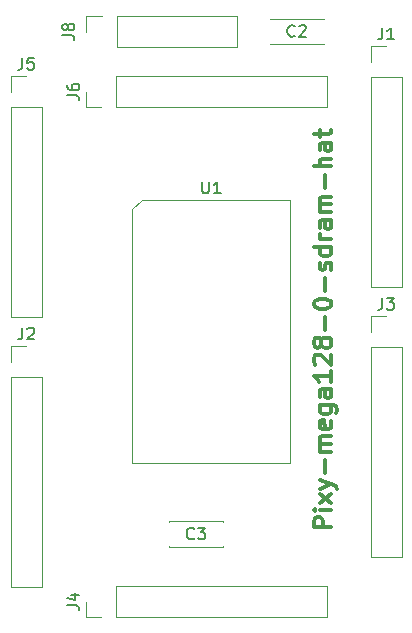
<source format=gto>
G04 #@! TF.GenerationSoftware,KiCad,Pcbnew,7.0.7*
G04 #@! TF.CreationDate,2023-10-29T22:23:37+09:00*
G04 #@! TF.ProjectId,Pixy-mega128-0-sdram-hat,50697879-2d6d-4656-9761-3132382d302d,rev?*
G04 #@! TF.SameCoordinates,Original*
G04 #@! TF.FileFunction,Legend,Top*
G04 #@! TF.FilePolarity,Positive*
%FSLAX46Y46*%
G04 Gerber Fmt 4.6, Leading zero omitted, Abs format (unit mm)*
G04 Created by KiCad (PCBNEW 7.0.7) date 2023-10-29 22:23:37*
%MOMM*%
%LPD*%
G01*
G04 APERTURE LIST*
%ADD10C,0.300000*%
%ADD11C,0.150000*%
%ADD12C,0.120000*%
G04 APERTURE END LIST*
D10*
X53775828Y-67390489D02*
X52275828Y-67390489D01*
X52275828Y-67390489D02*
X52275828Y-66819060D01*
X52275828Y-66819060D02*
X52347257Y-66676203D01*
X52347257Y-66676203D02*
X52418685Y-66604774D01*
X52418685Y-66604774D02*
X52561542Y-66533346D01*
X52561542Y-66533346D02*
X52775828Y-66533346D01*
X52775828Y-66533346D02*
X52918685Y-66604774D01*
X52918685Y-66604774D02*
X52990114Y-66676203D01*
X52990114Y-66676203D02*
X53061542Y-66819060D01*
X53061542Y-66819060D02*
X53061542Y-67390489D01*
X53775828Y-65890489D02*
X52775828Y-65890489D01*
X52275828Y-65890489D02*
X52347257Y-65961917D01*
X52347257Y-65961917D02*
X52418685Y-65890489D01*
X52418685Y-65890489D02*
X52347257Y-65819060D01*
X52347257Y-65819060D02*
X52275828Y-65890489D01*
X52275828Y-65890489D02*
X52418685Y-65890489D01*
X53775828Y-65319060D02*
X52775828Y-64533346D01*
X52775828Y-65319060D02*
X53775828Y-64533346D01*
X52775828Y-64104774D02*
X53775828Y-63747631D01*
X52775828Y-63390488D02*
X53775828Y-63747631D01*
X53775828Y-63747631D02*
X54132971Y-63890488D01*
X54132971Y-63890488D02*
X54204400Y-63961917D01*
X54204400Y-63961917D02*
X54275828Y-64104774D01*
X53204400Y-62819060D02*
X53204400Y-61676203D01*
X53775828Y-60961917D02*
X52775828Y-60961917D01*
X52918685Y-60961917D02*
X52847257Y-60890488D01*
X52847257Y-60890488D02*
X52775828Y-60747631D01*
X52775828Y-60747631D02*
X52775828Y-60533345D01*
X52775828Y-60533345D02*
X52847257Y-60390488D01*
X52847257Y-60390488D02*
X52990114Y-60319060D01*
X52990114Y-60319060D02*
X53775828Y-60319060D01*
X52990114Y-60319060D02*
X52847257Y-60247631D01*
X52847257Y-60247631D02*
X52775828Y-60104774D01*
X52775828Y-60104774D02*
X52775828Y-59890488D01*
X52775828Y-59890488D02*
X52847257Y-59747631D01*
X52847257Y-59747631D02*
X52990114Y-59676202D01*
X52990114Y-59676202D02*
X53775828Y-59676202D01*
X53704400Y-58390488D02*
X53775828Y-58533345D01*
X53775828Y-58533345D02*
X53775828Y-58819060D01*
X53775828Y-58819060D02*
X53704400Y-58961917D01*
X53704400Y-58961917D02*
X53561542Y-59033345D01*
X53561542Y-59033345D02*
X52990114Y-59033345D01*
X52990114Y-59033345D02*
X52847257Y-58961917D01*
X52847257Y-58961917D02*
X52775828Y-58819060D01*
X52775828Y-58819060D02*
X52775828Y-58533345D01*
X52775828Y-58533345D02*
X52847257Y-58390488D01*
X52847257Y-58390488D02*
X52990114Y-58319060D01*
X52990114Y-58319060D02*
X53132971Y-58319060D01*
X53132971Y-58319060D02*
X53275828Y-59033345D01*
X52775828Y-57033346D02*
X53990114Y-57033346D01*
X53990114Y-57033346D02*
X54132971Y-57104774D01*
X54132971Y-57104774D02*
X54204400Y-57176203D01*
X54204400Y-57176203D02*
X54275828Y-57319060D01*
X54275828Y-57319060D02*
X54275828Y-57533346D01*
X54275828Y-57533346D02*
X54204400Y-57676203D01*
X53704400Y-57033346D02*
X53775828Y-57176203D01*
X53775828Y-57176203D02*
X53775828Y-57461917D01*
X53775828Y-57461917D02*
X53704400Y-57604774D01*
X53704400Y-57604774D02*
X53632971Y-57676203D01*
X53632971Y-57676203D02*
X53490114Y-57747631D01*
X53490114Y-57747631D02*
X53061542Y-57747631D01*
X53061542Y-57747631D02*
X52918685Y-57676203D01*
X52918685Y-57676203D02*
X52847257Y-57604774D01*
X52847257Y-57604774D02*
X52775828Y-57461917D01*
X52775828Y-57461917D02*
X52775828Y-57176203D01*
X52775828Y-57176203D02*
X52847257Y-57033346D01*
X53775828Y-55676203D02*
X52990114Y-55676203D01*
X52990114Y-55676203D02*
X52847257Y-55747631D01*
X52847257Y-55747631D02*
X52775828Y-55890488D01*
X52775828Y-55890488D02*
X52775828Y-56176203D01*
X52775828Y-56176203D02*
X52847257Y-56319060D01*
X53704400Y-55676203D02*
X53775828Y-55819060D01*
X53775828Y-55819060D02*
X53775828Y-56176203D01*
X53775828Y-56176203D02*
X53704400Y-56319060D01*
X53704400Y-56319060D02*
X53561542Y-56390488D01*
X53561542Y-56390488D02*
X53418685Y-56390488D01*
X53418685Y-56390488D02*
X53275828Y-56319060D01*
X53275828Y-56319060D02*
X53204400Y-56176203D01*
X53204400Y-56176203D02*
X53204400Y-55819060D01*
X53204400Y-55819060D02*
X53132971Y-55676203D01*
X53775828Y-54176202D02*
X53775828Y-55033345D01*
X53775828Y-54604774D02*
X52275828Y-54604774D01*
X52275828Y-54604774D02*
X52490114Y-54747631D01*
X52490114Y-54747631D02*
X52632971Y-54890488D01*
X52632971Y-54890488D02*
X52704400Y-55033345D01*
X52418685Y-53604774D02*
X52347257Y-53533346D01*
X52347257Y-53533346D02*
X52275828Y-53390489D01*
X52275828Y-53390489D02*
X52275828Y-53033346D01*
X52275828Y-53033346D02*
X52347257Y-52890489D01*
X52347257Y-52890489D02*
X52418685Y-52819060D01*
X52418685Y-52819060D02*
X52561542Y-52747631D01*
X52561542Y-52747631D02*
X52704400Y-52747631D01*
X52704400Y-52747631D02*
X52918685Y-52819060D01*
X52918685Y-52819060D02*
X53775828Y-53676203D01*
X53775828Y-53676203D02*
X53775828Y-52747631D01*
X52918685Y-51890489D02*
X52847257Y-52033346D01*
X52847257Y-52033346D02*
X52775828Y-52104775D01*
X52775828Y-52104775D02*
X52632971Y-52176203D01*
X52632971Y-52176203D02*
X52561542Y-52176203D01*
X52561542Y-52176203D02*
X52418685Y-52104775D01*
X52418685Y-52104775D02*
X52347257Y-52033346D01*
X52347257Y-52033346D02*
X52275828Y-51890489D01*
X52275828Y-51890489D02*
X52275828Y-51604775D01*
X52275828Y-51604775D02*
X52347257Y-51461918D01*
X52347257Y-51461918D02*
X52418685Y-51390489D01*
X52418685Y-51390489D02*
X52561542Y-51319060D01*
X52561542Y-51319060D02*
X52632971Y-51319060D01*
X52632971Y-51319060D02*
X52775828Y-51390489D01*
X52775828Y-51390489D02*
X52847257Y-51461918D01*
X52847257Y-51461918D02*
X52918685Y-51604775D01*
X52918685Y-51604775D02*
X52918685Y-51890489D01*
X52918685Y-51890489D02*
X52990114Y-52033346D01*
X52990114Y-52033346D02*
X53061542Y-52104775D01*
X53061542Y-52104775D02*
X53204400Y-52176203D01*
X53204400Y-52176203D02*
X53490114Y-52176203D01*
X53490114Y-52176203D02*
X53632971Y-52104775D01*
X53632971Y-52104775D02*
X53704400Y-52033346D01*
X53704400Y-52033346D02*
X53775828Y-51890489D01*
X53775828Y-51890489D02*
X53775828Y-51604775D01*
X53775828Y-51604775D02*
X53704400Y-51461918D01*
X53704400Y-51461918D02*
X53632971Y-51390489D01*
X53632971Y-51390489D02*
X53490114Y-51319060D01*
X53490114Y-51319060D02*
X53204400Y-51319060D01*
X53204400Y-51319060D02*
X53061542Y-51390489D01*
X53061542Y-51390489D02*
X52990114Y-51461918D01*
X52990114Y-51461918D02*
X52918685Y-51604775D01*
X53204400Y-50676204D02*
X53204400Y-49533347D01*
X52275828Y-48533346D02*
X52275828Y-48390489D01*
X52275828Y-48390489D02*
X52347257Y-48247632D01*
X52347257Y-48247632D02*
X52418685Y-48176204D01*
X52418685Y-48176204D02*
X52561542Y-48104775D01*
X52561542Y-48104775D02*
X52847257Y-48033346D01*
X52847257Y-48033346D02*
X53204400Y-48033346D01*
X53204400Y-48033346D02*
X53490114Y-48104775D01*
X53490114Y-48104775D02*
X53632971Y-48176204D01*
X53632971Y-48176204D02*
X53704400Y-48247632D01*
X53704400Y-48247632D02*
X53775828Y-48390489D01*
X53775828Y-48390489D02*
X53775828Y-48533346D01*
X53775828Y-48533346D02*
X53704400Y-48676204D01*
X53704400Y-48676204D02*
X53632971Y-48747632D01*
X53632971Y-48747632D02*
X53490114Y-48819061D01*
X53490114Y-48819061D02*
X53204400Y-48890489D01*
X53204400Y-48890489D02*
X52847257Y-48890489D01*
X52847257Y-48890489D02*
X52561542Y-48819061D01*
X52561542Y-48819061D02*
X52418685Y-48747632D01*
X52418685Y-48747632D02*
X52347257Y-48676204D01*
X52347257Y-48676204D02*
X52275828Y-48533346D01*
X53204400Y-47390490D02*
X53204400Y-46247633D01*
X53704400Y-45604775D02*
X53775828Y-45461918D01*
X53775828Y-45461918D02*
X53775828Y-45176204D01*
X53775828Y-45176204D02*
X53704400Y-45033347D01*
X53704400Y-45033347D02*
X53561542Y-44961918D01*
X53561542Y-44961918D02*
X53490114Y-44961918D01*
X53490114Y-44961918D02*
X53347257Y-45033347D01*
X53347257Y-45033347D02*
X53275828Y-45176204D01*
X53275828Y-45176204D02*
X53275828Y-45390490D01*
X53275828Y-45390490D02*
X53204400Y-45533347D01*
X53204400Y-45533347D02*
X53061542Y-45604775D01*
X53061542Y-45604775D02*
X52990114Y-45604775D01*
X52990114Y-45604775D02*
X52847257Y-45533347D01*
X52847257Y-45533347D02*
X52775828Y-45390490D01*
X52775828Y-45390490D02*
X52775828Y-45176204D01*
X52775828Y-45176204D02*
X52847257Y-45033347D01*
X53775828Y-43676204D02*
X52275828Y-43676204D01*
X53704400Y-43676204D02*
X53775828Y-43819061D01*
X53775828Y-43819061D02*
X53775828Y-44104775D01*
X53775828Y-44104775D02*
X53704400Y-44247632D01*
X53704400Y-44247632D02*
X53632971Y-44319061D01*
X53632971Y-44319061D02*
X53490114Y-44390489D01*
X53490114Y-44390489D02*
X53061542Y-44390489D01*
X53061542Y-44390489D02*
X52918685Y-44319061D01*
X52918685Y-44319061D02*
X52847257Y-44247632D01*
X52847257Y-44247632D02*
X52775828Y-44104775D01*
X52775828Y-44104775D02*
X52775828Y-43819061D01*
X52775828Y-43819061D02*
X52847257Y-43676204D01*
X53775828Y-42961918D02*
X52775828Y-42961918D01*
X53061542Y-42961918D02*
X52918685Y-42890489D01*
X52918685Y-42890489D02*
X52847257Y-42819061D01*
X52847257Y-42819061D02*
X52775828Y-42676203D01*
X52775828Y-42676203D02*
X52775828Y-42533346D01*
X53775828Y-41390490D02*
X52990114Y-41390490D01*
X52990114Y-41390490D02*
X52847257Y-41461918D01*
X52847257Y-41461918D02*
X52775828Y-41604775D01*
X52775828Y-41604775D02*
X52775828Y-41890490D01*
X52775828Y-41890490D02*
X52847257Y-42033347D01*
X53704400Y-41390490D02*
X53775828Y-41533347D01*
X53775828Y-41533347D02*
X53775828Y-41890490D01*
X53775828Y-41890490D02*
X53704400Y-42033347D01*
X53704400Y-42033347D02*
X53561542Y-42104775D01*
X53561542Y-42104775D02*
X53418685Y-42104775D01*
X53418685Y-42104775D02*
X53275828Y-42033347D01*
X53275828Y-42033347D02*
X53204400Y-41890490D01*
X53204400Y-41890490D02*
X53204400Y-41533347D01*
X53204400Y-41533347D02*
X53132971Y-41390490D01*
X53775828Y-40676204D02*
X52775828Y-40676204D01*
X52918685Y-40676204D02*
X52847257Y-40604775D01*
X52847257Y-40604775D02*
X52775828Y-40461918D01*
X52775828Y-40461918D02*
X52775828Y-40247632D01*
X52775828Y-40247632D02*
X52847257Y-40104775D01*
X52847257Y-40104775D02*
X52990114Y-40033347D01*
X52990114Y-40033347D02*
X53775828Y-40033347D01*
X52990114Y-40033347D02*
X52847257Y-39961918D01*
X52847257Y-39961918D02*
X52775828Y-39819061D01*
X52775828Y-39819061D02*
X52775828Y-39604775D01*
X52775828Y-39604775D02*
X52847257Y-39461918D01*
X52847257Y-39461918D02*
X52990114Y-39390489D01*
X52990114Y-39390489D02*
X53775828Y-39390489D01*
X53204400Y-38676204D02*
X53204400Y-37533347D01*
X53775828Y-36819061D02*
X52275828Y-36819061D01*
X53775828Y-36176204D02*
X52990114Y-36176204D01*
X52990114Y-36176204D02*
X52847257Y-36247632D01*
X52847257Y-36247632D02*
X52775828Y-36390489D01*
X52775828Y-36390489D02*
X52775828Y-36604775D01*
X52775828Y-36604775D02*
X52847257Y-36747632D01*
X52847257Y-36747632D02*
X52918685Y-36819061D01*
X53775828Y-34819061D02*
X52990114Y-34819061D01*
X52990114Y-34819061D02*
X52847257Y-34890489D01*
X52847257Y-34890489D02*
X52775828Y-35033346D01*
X52775828Y-35033346D02*
X52775828Y-35319061D01*
X52775828Y-35319061D02*
X52847257Y-35461918D01*
X53704400Y-34819061D02*
X53775828Y-34961918D01*
X53775828Y-34961918D02*
X53775828Y-35319061D01*
X53775828Y-35319061D02*
X53704400Y-35461918D01*
X53704400Y-35461918D02*
X53561542Y-35533346D01*
X53561542Y-35533346D02*
X53418685Y-35533346D01*
X53418685Y-35533346D02*
X53275828Y-35461918D01*
X53275828Y-35461918D02*
X53204400Y-35319061D01*
X53204400Y-35319061D02*
X53204400Y-34961918D01*
X53204400Y-34961918D02*
X53132971Y-34819061D01*
X52775828Y-34319060D02*
X52775828Y-33747632D01*
X52275828Y-34104775D02*
X53561542Y-34104775D01*
X53561542Y-34104775D02*
X53704400Y-34033346D01*
X53704400Y-34033346D02*
X53775828Y-33890489D01*
X53775828Y-33890489D02*
X53775828Y-33747632D01*
D11*
X42838095Y-38104819D02*
X42838095Y-38914342D01*
X42838095Y-38914342D02*
X42885714Y-39009580D01*
X42885714Y-39009580D02*
X42933333Y-39057200D01*
X42933333Y-39057200D02*
X43028571Y-39104819D01*
X43028571Y-39104819D02*
X43219047Y-39104819D01*
X43219047Y-39104819D02*
X43314285Y-39057200D01*
X43314285Y-39057200D02*
X43361904Y-39009580D01*
X43361904Y-39009580D02*
X43409523Y-38914342D01*
X43409523Y-38914342D02*
X43409523Y-38104819D01*
X44409523Y-39104819D02*
X43838095Y-39104819D01*
X44123809Y-39104819D02*
X44123809Y-38104819D01*
X44123809Y-38104819D02*
X44028571Y-38247676D01*
X44028571Y-38247676D02*
X43933333Y-38342914D01*
X43933333Y-38342914D02*
X43838095Y-38390533D01*
X31004819Y-25733333D02*
X31719104Y-25733333D01*
X31719104Y-25733333D02*
X31861961Y-25780952D01*
X31861961Y-25780952D02*
X31957200Y-25876190D01*
X31957200Y-25876190D02*
X32004819Y-26019047D01*
X32004819Y-26019047D02*
X32004819Y-26114285D01*
X31433390Y-25114285D02*
X31385771Y-25209523D01*
X31385771Y-25209523D02*
X31338152Y-25257142D01*
X31338152Y-25257142D02*
X31242914Y-25304761D01*
X31242914Y-25304761D02*
X31195295Y-25304761D01*
X31195295Y-25304761D02*
X31100057Y-25257142D01*
X31100057Y-25257142D02*
X31052438Y-25209523D01*
X31052438Y-25209523D02*
X31004819Y-25114285D01*
X31004819Y-25114285D02*
X31004819Y-24923809D01*
X31004819Y-24923809D02*
X31052438Y-24828571D01*
X31052438Y-24828571D02*
X31100057Y-24780952D01*
X31100057Y-24780952D02*
X31195295Y-24733333D01*
X31195295Y-24733333D02*
X31242914Y-24733333D01*
X31242914Y-24733333D02*
X31338152Y-24780952D01*
X31338152Y-24780952D02*
X31385771Y-24828571D01*
X31385771Y-24828571D02*
X31433390Y-24923809D01*
X31433390Y-24923809D02*
X31433390Y-25114285D01*
X31433390Y-25114285D02*
X31481009Y-25209523D01*
X31481009Y-25209523D02*
X31528628Y-25257142D01*
X31528628Y-25257142D02*
X31623866Y-25304761D01*
X31623866Y-25304761D02*
X31814342Y-25304761D01*
X31814342Y-25304761D02*
X31909580Y-25257142D01*
X31909580Y-25257142D02*
X31957200Y-25209523D01*
X31957200Y-25209523D02*
X32004819Y-25114285D01*
X32004819Y-25114285D02*
X32004819Y-24923809D01*
X32004819Y-24923809D02*
X31957200Y-24828571D01*
X31957200Y-24828571D02*
X31909580Y-24780952D01*
X31909580Y-24780952D02*
X31814342Y-24733333D01*
X31814342Y-24733333D02*
X31623866Y-24733333D01*
X31623866Y-24733333D02*
X31528628Y-24780952D01*
X31528628Y-24780952D02*
X31481009Y-24828571D01*
X31481009Y-24828571D02*
X31433390Y-24923809D01*
X31414819Y-30813333D02*
X32129104Y-30813333D01*
X32129104Y-30813333D02*
X32271961Y-30860952D01*
X32271961Y-30860952D02*
X32367200Y-30956190D01*
X32367200Y-30956190D02*
X32414819Y-31099047D01*
X32414819Y-31099047D02*
X32414819Y-31194285D01*
X31414819Y-29908571D02*
X31414819Y-30099047D01*
X31414819Y-30099047D02*
X31462438Y-30194285D01*
X31462438Y-30194285D02*
X31510057Y-30241904D01*
X31510057Y-30241904D02*
X31652914Y-30337142D01*
X31652914Y-30337142D02*
X31843390Y-30384761D01*
X31843390Y-30384761D02*
X32224342Y-30384761D01*
X32224342Y-30384761D02*
X32319580Y-30337142D01*
X32319580Y-30337142D02*
X32367200Y-30289523D01*
X32367200Y-30289523D02*
X32414819Y-30194285D01*
X32414819Y-30194285D02*
X32414819Y-30003809D01*
X32414819Y-30003809D02*
X32367200Y-29908571D01*
X32367200Y-29908571D02*
X32319580Y-29860952D01*
X32319580Y-29860952D02*
X32224342Y-29813333D01*
X32224342Y-29813333D02*
X31986247Y-29813333D01*
X31986247Y-29813333D02*
X31891009Y-29860952D01*
X31891009Y-29860952D02*
X31843390Y-29908571D01*
X31843390Y-29908571D02*
X31795771Y-30003809D01*
X31795771Y-30003809D02*
X31795771Y-30194285D01*
X31795771Y-30194285D02*
X31843390Y-30289523D01*
X31843390Y-30289523D02*
X31891009Y-30337142D01*
X31891009Y-30337142D02*
X31986247Y-30384761D01*
X27606666Y-27619819D02*
X27606666Y-28334104D01*
X27606666Y-28334104D02*
X27559047Y-28476961D01*
X27559047Y-28476961D02*
X27463809Y-28572200D01*
X27463809Y-28572200D02*
X27320952Y-28619819D01*
X27320952Y-28619819D02*
X27225714Y-28619819D01*
X28559047Y-27619819D02*
X28082857Y-27619819D01*
X28082857Y-27619819D02*
X28035238Y-28096009D01*
X28035238Y-28096009D02*
X28082857Y-28048390D01*
X28082857Y-28048390D02*
X28178095Y-28000771D01*
X28178095Y-28000771D02*
X28416190Y-28000771D01*
X28416190Y-28000771D02*
X28511428Y-28048390D01*
X28511428Y-28048390D02*
X28559047Y-28096009D01*
X28559047Y-28096009D02*
X28606666Y-28191247D01*
X28606666Y-28191247D02*
X28606666Y-28429342D01*
X28606666Y-28429342D02*
X28559047Y-28524580D01*
X28559047Y-28524580D02*
X28511428Y-28572200D01*
X28511428Y-28572200D02*
X28416190Y-28619819D01*
X28416190Y-28619819D02*
X28178095Y-28619819D01*
X28178095Y-28619819D02*
X28082857Y-28572200D01*
X28082857Y-28572200D02*
X28035238Y-28524580D01*
X31414819Y-73993333D02*
X32129104Y-73993333D01*
X32129104Y-73993333D02*
X32271961Y-74040952D01*
X32271961Y-74040952D02*
X32367200Y-74136190D01*
X32367200Y-74136190D02*
X32414819Y-74279047D01*
X32414819Y-74279047D02*
X32414819Y-74374285D01*
X31748152Y-73088571D02*
X32414819Y-73088571D01*
X31367200Y-73326666D02*
X32081485Y-73564761D01*
X32081485Y-73564761D02*
X32081485Y-72945714D01*
X58086666Y-47939819D02*
X58086666Y-48654104D01*
X58086666Y-48654104D02*
X58039047Y-48796961D01*
X58039047Y-48796961D02*
X57943809Y-48892200D01*
X57943809Y-48892200D02*
X57800952Y-48939819D01*
X57800952Y-48939819D02*
X57705714Y-48939819D01*
X58467619Y-47939819D02*
X59086666Y-47939819D01*
X59086666Y-47939819D02*
X58753333Y-48320771D01*
X58753333Y-48320771D02*
X58896190Y-48320771D01*
X58896190Y-48320771D02*
X58991428Y-48368390D01*
X58991428Y-48368390D02*
X59039047Y-48416009D01*
X59039047Y-48416009D02*
X59086666Y-48511247D01*
X59086666Y-48511247D02*
X59086666Y-48749342D01*
X59086666Y-48749342D02*
X59039047Y-48844580D01*
X59039047Y-48844580D02*
X58991428Y-48892200D01*
X58991428Y-48892200D02*
X58896190Y-48939819D01*
X58896190Y-48939819D02*
X58610476Y-48939819D01*
X58610476Y-48939819D02*
X58515238Y-48892200D01*
X58515238Y-48892200D02*
X58467619Y-48844580D01*
X27606666Y-50464819D02*
X27606666Y-51179104D01*
X27606666Y-51179104D02*
X27559047Y-51321961D01*
X27559047Y-51321961D02*
X27463809Y-51417200D01*
X27463809Y-51417200D02*
X27320952Y-51464819D01*
X27320952Y-51464819D02*
X27225714Y-51464819D01*
X28035238Y-50560057D02*
X28082857Y-50512438D01*
X28082857Y-50512438D02*
X28178095Y-50464819D01*
X28178095Y-50464819D02*
X28416190Y-50464819D01*
X28416190Y-50464819D02*
X28511428Y-50512438D01*
X28511428Y-50512438D02*
X28559047Y-50560057D01*
X28559047Y-50560057D02*
X28606666Y-50655295D01*
X28606666Y-50655295D02*
X28606666Y-50750533D01*
X28606666Y-50750533D02*
X28559047Y-50893390D01*
X28559047Y-50893390D02*
X27987619Y-51464819D01*
X27987619Y-51464819D02*
X28606666Y-51464819D01*
X58086666Y-25064819D02*
X58086666Y-25779104D01*
X58086666Y-25779104D02*
X58039047Y-25921961D01*
X58039047Y-25921961D02*
X57943809Y-26017200D01*
X57943809Y-26017200D02*
X57800952Y-26064819D01*
X57800952Y-26064819D02*
X57705714Y-26064819D01*
X59086666Y-26064819D02*
X58515238Y-26064819D01*
X58800952Y-26064819D02*
X58800952Y-25064819D01*
X58800952Y-25064819D02*
X58705714Y-25207676D01*
X58705714Y-25207676D02*
X58610476Y-25302914D01*
X58610476Y-25302914D02*
X58515238Y-25350533D01*
X42156575Y-68305200D02*
X42108956Y-68352820D01*
X42108956Y-68352820D02*
X41966099Y-68400439D01*
X41966099Y-68400439D02*
X41870861Y-68400439D01*
X41870861Y-68400439D02*
X41728004Y-68352820D01*
X41728004Y-68352820D02*
X41632766Y-68257581D01*
X41632766Y-68257581D02*
X41585147Y-68162343D01*
X41585147Y-68162343D02*
X41537528Y-67971867D01*
X41537528Y-67971867D02*
X41537528Y-67829010D01*
X41537528Y-67829010D02*
X41585147Y-67638534D01*
X41585147Y-67638534D02*
X41632766Y-67543296D01*
X41632766Y-67543296D02*
X41728004Y-67448058D01*
X41728004Y-67448058D02*
X41870861Y-67400439D01*
X41870861Y-67400439D02*
X41966099Y-67400439D01*
X41966099Y-67400439D02*
X42108956Y-67448058D01*
X42108956Y-67448058D02*
X42156575Y-67495677D01*
X42489909Y-67400439D02*
X43108956Y-67400439D01*
X43108956Y-67400439D02*
X42775623Y-67781391D01*
X42775623Y-67781391D02*
X42918480Y-67781391D01*
X42918480Y-67781391D02*
X43013718Y-67829010D01*
X43013718Y-67829010D02*
X43061337Y-67876629D01*
X43061337Y-67876629D02*
X43108956Y-67971867D01*
X43108956Y-67971867D02*
X43108956Y-68209962D01*
X43108956Y-68209962D02*
X43061337Y-68305200D01*
X43061337Y-68305200D02*
X43013718Y-68352820D01*
X43013718Y-68352820D02*
X42918480Y-68400439D01*
X42918480Y-68400439D02*
X42632766Y-68400439D01*
X42632766Y-68400439D02*
X42537528Y-68352820D01*
X42537528Y-68352820D02*
X42489909Y-68305200D01*
X50673333Y-25759580D02*
X50625714Y-25807200D01*
X50625714Y-25807200D02*
X50482857Y-25854819D01*
X50482857Y-25854819D02*
X50387619Y-25854819D01*
X50387619Y-25854819D02*
X50244762Y-25807200D01*
X50244762Y-25807200D02*
X50149524Y-25711961D01*
X50149524Y-25711961D02*
X50101905Y-25616723D01*
X50101905Y-25616723D02*
X50054286Y-25426247D01*
X50054286Y-25426247D02*
X50054286Y-25283390D01*
X50054286Y-25283390D02*
X50101905Y-25092914D01*
X50101905Y-25092914D02*
X50149524Y-24997676D01*
X50149524Y-24997676D02*
X50244762Y-24902438D01*
X50244762Y-24902438D02*
X50387619Y-24854819D01*
X50387619Y-24854819D02*
X50482857Y-24854819D01*
X50482857Y-24854819D02*
X50625714Y-24902438D01*
X50625714Y-24902438D02*
X50673333Y-24950057D01*
X51054286Y-24950057D02*
X51101905Y-24902438D01*
X51101905Y-24902438D02*
X51197143Y-24854819D01*
X51197143Y-24854819D02*
X51435238Y-24854819D01*
X51435238Y-24854819D02*
X51530476Y-24902438D01*
X51530476Y-24902438D02*
X51578095Y-24950057D01*
X51578095Y-24950057D02*
X51625714Y-25045295D01*
X51625714Y-25045295D02*
X51625714Y-25140533D01*
X51625714Y-25140533D02*
X51578095Y-25283390D01*
X51578095Y-25283390D02*
X51006667Y-25854819D01*
X51006667Y-25854819D02*
X51625714Y-25854819D01*
D12*
G04 #@! TO.C,U1*
X50280000Y-39650000D02*
X50280000Y-61950000D01*
X37720000Y-39650000D02*
X50280000Y-39650000D01*
X36920000Y-40450000D02*
X37720000Y-39650000D01*
X50280000Y-61950000D02*
X36920000Y-61950000D01*
X36920000Y-61950000D02*
X36920000Y-40450000D01*
G04 #@! TO.C,J8*
X35590000Y-26730000D02*
X45810000Y-26730000D01*
X35590000Y-26730000D02*
X35590000Y-24070000D01*
X45810000Y-26730000D02*
X45810000Y-24070000D01*
X32990000Y-25400000D02*
X32990000Y-24070000D01*
X32990000Y-24070000D02*
X34320000Y-24070000D01*
X35590000Y-24070000D02*
X45810000Y-24070000D01*
G04 #@! TO.C,J6*
X32960000Y-31810000D02*
X32960000Y-30480000D01*
X34290000Y-31810000D02*
X32960000Y-31810000D01*
X35560000Y-31810000D02*
X53400000Y-31810000D01*
X35560000Y-31810000D02*
X35560000Y-29150000D01*
X53400000Y-31810000D02*
X53400000Y-29150000D01*
X35560000Y-29150000D02*
X53400000Y-29150000D01*
G04 #@! TO.C,J5*
X26610000Y-29165000D02*
X27940000Y-29165000D01*
X26610000Y-30495000D02*
X26610000Y-29165000D01*
X26610000Y-31765000D02*
X26610000Y-49605000D01*
X26610000Y-31765000D02*
X29270000Y-31765000D01*
X26610000Y-49605000D02*
X29270000Y-49605000D01*
X29270000Y-31765000D02*
X29270000Y-49605000D01*
G04 #@! TO.C,J4*
X32960000Y-74990000D02*
X32960000Y-73660000D01*
X34290000Y-74990000D02*
X32960000Y-74990000D01*
X35560000Y-74990000D02*
X53400000Y-74990000D01*
X35560000Y-74990000D02*
X35560000Y-72330000D01*
X53400000Y-74990000D02*
X53400000Y-72330000D01*
X35560000Y-72330000D02*
X53400000Y-72330000D01*
G04 #@! TO.C,J3*
X57090000Y-49485000D02*
X58420000Y-49485000D01*
X57090000Y-50815000D02*
X57090000Y-49485000D01*
X57090000Y-52085000D02*
X57090000Y-69925000D01*
X57090000Y-52085000D02*
X59750000Y-52085000D01*
X57090000Y-69925000D02*
X59750000Y-69925000D01*
X59750000Y-52085000D02*
X59750000Y-69925000D01*
G04 #@! TO.C,J2*
X26610000Y-52010000D02*
X27940000Y-52010000D01*
X26610000Y-53340000D02*
X26610000Y-52010000D01*
X26610000Y-54610000D02*
X26610000Y-72450000D01*
X26610000Y-54610000D02*
X29270000Y-54610000D01*
X26610000Y-72450000D02*
X29270000Y-72450000D01*
X29270000Y-54610000D02*
X29270000Y-72450000D01*
G04 #@! TO.C,J1*
X57090000Y-26610000D02*
X58420000Y-26610000D01*
X57090000Y-27940000D02*
X57090000Y-26610000D01*
X57090000Y-29210000D02*
X57090000Y-47050000D01*
X57090000Y-29210000D02*
X59750000Y-29210000D01*
X57090000Y-47050000D02*
X59750000Y-47050000D01*
X59750000Y-29210000D02*
X59750000Y-47050000D01*
G04 #@! TO.C,C3*
X40053242Y-66875620D02*
X40053242Y-66890620D01*
X40053242Y-66875620D02*
X44593242Y-66875620D01*
X40053242Y-69000620D02*
X40053242Y-69015620D01*
X40053242Y-69015620D02*
X44593242Y-69015620D01*
X44593242Y-66875620D02*
X44593242Y-66890620D01*
X44593242Y-69000620D02*
X44593242Y-69015620D01*
G04 #@! TO.C,C2*
X48570000Y-24330000D02*
X48570000Y-24345000D01*
X48570000Y-24330000D02*
X53110000Y-24330000D01*
X48570000Y-26455000D02*
X48570000Y-26470000D01*
X48570000Y-26470000D02*
X53110000Y-26470000D01*
X53110000Y-24330000D02*
X53110000Y-24345000D01*
X53110000Y-26455000D02*
X53110000Y-26470000D01*
G04 #@! TD*
M02*

</source>
